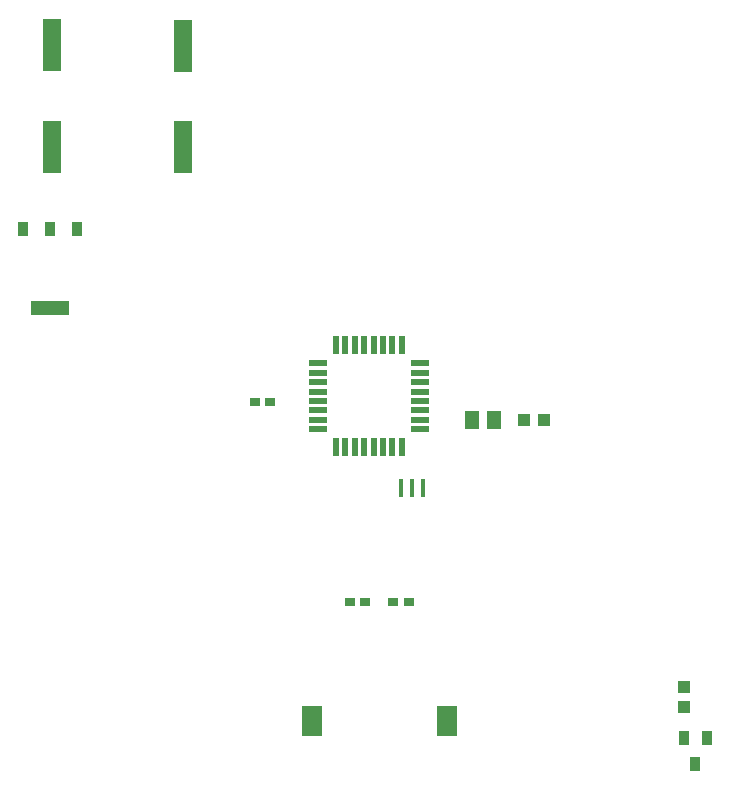
<source format=gtp>
G04*
G04 #@! TF.GenerationSoftware,Altium Limited,Altium Designer,18.0.7 (293)*
G04*
G04 Layer_Color=8421504*
%FSLAX25Y25*%
%MOIN*%
G70*
G01*
G75*
%ADD19R,0.12756X0.05158*%
%ADD20R,0.03661X0.05158*%
%ADD21R,0.07087X0.10236*%
%ADD22R,0.02165X0.05906*%
%ADD23R,0.05906X0.02165*%
%ADD24R,0.01181X0.06299*%
%ADD25R,0.05906X0.17717*%
%ADD26R,0.05118X0.05906*%
%ADD27R,0.03937X0.04331*%
%ADD28R,0.03543X0.02756*%
%ADD29R,0.04331X0.03937*%
%ADD30R,0.03347X0.05118*%
D19*
X22835Y185158D02*
D03*
D20*
X13819Y211496D02*
D03*
X22835D02*
D03*
X31850D02*
D03*
D21*
X155118Y47441D02*
D03*
X110236D02*
D03*
D22*
X118110Y138779D02*
D03*
X121260D02*
D03*
X124409D02*
D03*
X127559D02*
D03*
X130709D02*
D03*
X133858D02*
D03*
X137008D02*
D03*
X140158D02*
D03*
Y172638D02*
D03*
X137008D02*
D03*
X133858D02*
D03*
X130709D02*
D03*
X127559D02*
D03*
X124409D02*
D03*
X121260D02*
D03*
X118110D02*
D03*
D23*
X146063Y144685D02*
D03*
Y147835D02*
D03*
Y150984D02*
D03*
Y154134D02*
D03*
Y157283D02*
D03*
Y160433D02*
D03*
Y163583D02*
D03*
Y166732D02*
D03*
X112205D02*
D03*
Y163583D02*
D03*
Y160433D02*
D03*
Y157283D02*
D03*
Y154134D02*
D03*
Y150984D02*
D03*
Y147835D02*
D03*
Y144685D02*
D03*
D24*
X139862Y125197D02*
D03*
X143602D02*
D03*
X147343D02*
D03*
D25*
X23524Y238779D02*
D03*
Y272638D02*
D03*
X67224Y238681D02*
D03*
Y272539D02*
D03*
D26*
X163386Y147736D02*
D03*
X170866D02*
D03*
D27*
X234350Y52264D02*
D03*
Y58957D02*
D03*
D28*
X96358Y153937D02*
D03*
X91240D02*
D03*
X137303Y87106D02*
D03*
X142421D02*
D03*
X127854D02*
D03*
X122736D02*
D03*
D29*
X187402Y147835D02*
D03*
X180709D02*
D03*
D30*
X241732Y41634D02*
D03*
X234252D02*
D03*
X237992Y32972D02*
D03*
M02*

</source>
